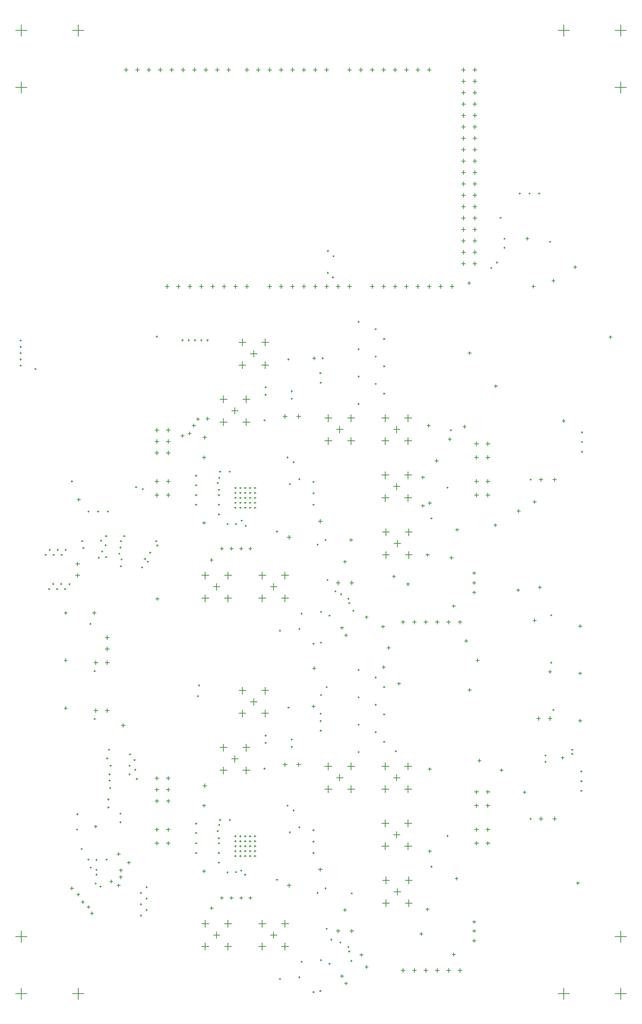
<source format=gbr>
G04*
G04 #@! TF.GenerationSoftware,Altium Limited,Altium Designer,23.5.1 (21)*
G04*
G04 Layer_Color=128*
%FSLAX26Y26*%
%MOIN*%
G70*
G04*
G04 #@! TF.SameCoordinates,4C236C01-038B-46FF-8FFE-5AAE5B5B5E28*
G04*
G04*
G04 #@! TF.FilePolarity,Positive*
G04*
G01*
G75*
%ADD74C,0.005000*%
D74*
X4860000Y150000D02*
X4960000D01*
X4910000Y100000D02*
Y200000D01*
X5360000Y650000D02*
X5460000D01*
X5410000Y600000D02*
Y700000D01*
X5360000Y8100000D02*
X5460000D01*
X5410000Y8050000D02*
Y8150000D01*
X4860000Y8600000D02*
X4960000D01*
X4910000Y8550000D02*
Y8650000D01*
X600000Y150000D02*
X700000D01*
X650000Y100000D02*
Y200000D01*
X100000Y650000D02*
X200000D01*
X150000Y600000D02*
Y700000D01*
X100000Y8100000D02*
X200000D01*
X150000Y8050000D02*
Y8150000D01*
X600000Y8600000D02*
X700000D01*
X650000Y8550000D02*
Y8650000D01*
X4692283Y4660000D02*
X4727717D01*
X4710000Y4642283D02*
Y4677717D01*
X2447284Y5215000D02*
X2482716D01*
X2465000Y5197283D02*
Y5232717D01*
X2447284Y2160000D02*
X2482716D01*
X2465000Y2142284D02*
Y2177716D01*
X4692283Y1685000D02*
X4727717D01*
X4710000Y1667284D02*
Y1702716D01*
X2912284Y3755000D02*
X2947716D01*
X2930000Y3737284D02*
Y3772716D01*
X2912284Y700000D02*
X2947716D01*
X2930000Y682284D02*
Y717716D01*
X100000Y8600000D02*
X200000D01*
X150000Y8550000D02*
Y8650000D01*
X100000Y150000D02*
X200000D01*
X150000Y100000D02*
Y200000D01*
X627284Y3920000D02*
X662716D01*
X645000Y3902284D02*
Y3937716D01*
X5360000Y8600000D02*
X5460000D01*
X5410000Y8550000D02*
Y8650000D01*
X4112283Y6555000D02*
X4147717D01*
X4130000Y6537283D02*
Y6572717D01*
X4012284Y6555000D02*
X4047716D01*
X4030000Y6537283D02*
Y6572717D01*
X3513504Y5200000D02*
X3576496D01*
X3545000Y5168504D02*
Y5231496D01*
X3313504Y5200000D02*
X3376496D01*
X3345000Y5168504D02*
Y5231496D01*
X3513504Y5000000D02*
X3576496D01*
X3545000Y4968504D02*
Y5031496D01*
X3313504Y4700000D02*
X3376496D01*
X3345000Y4668504D02*
Y4731496D01*
X3313504Y5000000D02*
X3376496D01*
X3345000Y4968504D02*
Y5031496D01*
X3513504Y4500000D02*
X3576496D01*
X3545000Y4468504D02*
Y4531496D01*
X3513504Y4700000D02*
X3576496D01*
X3545000Y4668504D02*
Y4731496D01*
X3518504Y4200000D02*
X3581496D01*
X3550000Y4168504D02*
Y4231496D01*
X3318504Y4200000D02*
X3381496D01*
X3350000Y4168504D02*
Y4231496D01*
X3313504Y4500000D02*
X3376496D01*
X3345000Y4468504D02*
Y4531496D01*
X3518504Y4000000D02*
X3581496D01*
X3550000Y3968504D02*
Y4031496D01*
X3318504Y4000000D02*
X3381496D01*
X3350000Y3968504D02*
Y4031496D01*
X2813504Y5200000D02*
X2876496D01*
X2845000Y5168504D02*
Y5231496D01*
X2258504Y5665000D02*
X2321496D01*
X2290000Y5633504D02*
Y5696496D01*
X2258504Y5865000D02*
X2321496D01*
X2290000Y5833504D02*
Y5896496D01*
X3013504Y5200000D02*
X3076496D01*
X3045000Y5168504D02*
Y5231496D01*
X3013504Y5000000D02*
X3076496D01*
X3045000Y4968504D02*
Y5031496D01*
X2813504Y5000000D02*
X2876496D01*
X2845000Y4968504D02*
Y5031496D01*
X2093504Y5165000D02*
X2156496D01*
X2125000Y5133504D02*
Y5196496D01*
X2093504Y5365000D02*
X2156496D01*
X2125000Y5333504D02*
Y5396496D01*
X2433504Y3620000D02*
X2496496D01*
X2465000Y3588504D02*
Y3651496D01*
X2433504Y3820000D02*
X2496496D01*
X2465000Y3788504D02*
Y3851496D01*
X2233504Y3620000D02*
X2296496D01*
X2265000Y3588504D02*
Y3651496D01*
X2233504Y3820000D02*
X2296496D01*
X2265000Y3788504D02*
Y3851496D01*
X3513504Y1645000D02*
X3576496D01*
X3545000Y1613504D02*
Y1676496D01*
X3513504Y1945000D02*
X3576496D01*
X3545000Y1913504D02*
Y1976496D01*
X5360000Y150000D02*
X5460000D01*
X5410000Y100000D02*
Y200000D01*
X3518504Y1145000D02*
X3581496D01*
X3550000Y1113504D02*
Y1176496D01*
X3518504Y945000D02*
X3581496D01*
X3550000Y913504D02*
Y976496D01*
X3513504Y2145000D02*
X3576496D01*
X3545000Y2113504D02*
Y2176496D01*
X3313504Y1645000D02*
X3376496D01*
X3345000Y1613504D02*
Y1676496D01*
X3313504Y1945000D02*
X3376496D01*
X3345000Y1913504D02*
Y1976496D01*
X3513504Y1445000D02*
X3576496D01*
X3545000Y1413504D02*
Y1476496D01*
X3318504Y1145000D02*
X3381496D01*
X3350000Y1113504D02*
Y1176496D01*
X3313504Y1445000D02*
X3376496D01*
X3345000Y1413504D02*
Y1476496D01*
X3313504Y2145000D02*
X3376496D01*
X3345000Y2113504D02*
Y2176496D01*
X3318504Y945000D02*
X3381496D01*
X3350000Y913504D02*
Y976496D01*
X2813504Y2145000D02*
X2876496D01*
X2845000Y2113504D02*
Y2176496D01*
X2258504Y2610000D02*
X2321496D01*
X2290000Y2578504D02*
Y2641496D01*
X2258504Y2810000D02*
X2321496D01*
X2290000Y2778504D02*
Y2841496D01*
X3013504Y2145000D02*
X3076496D01*
X3045000Y2113504D02*
Y2176496D01*
X3013504Y1945000D02*
X3076496D01*
X3045000Y1913504D02*
Y1976496D01*
X2813504Y1945000D02*
X2876496D01*
X2845000Y1913504D02*
Y1976496D01*
X2093504Y2110000D02*
X2156496D01*
X2125000Y2078504D02*
Y2141496D01*
X2093504Y2310000D02*
X2156496D01*
X2125000Y2278504D02*
Y2341496D01*
X2433504Y565000D02*
X2496496D01*
X2465000Y533504D02*
Y596496D01*
X2433504Y765000D02*
X2496496D01*
X2465000Y733504D02*
Y796496D01*
X2233504Y565000D02*
X2296496D01*
X2265000Y533504D02*
Y596496D01*
X2233504Y765000D02*
X2296496D01*
X2265000Y733504D02*
Y796496D01*
X2058504Y5865000D02*
X2121496D01*
X2090000Y5833504D02*
Y5896496D01*
X2058504Y5665000D02*
X2121496D01*
X2090000Y5633504D02*
Y5696496D01*
X2012284Y6355000D02*
X2047716D01*
X2030000Y6337283D02*
Y6372717D01*
X1893504Y5165000D02*
X1956496D01*
X1925000Y5133504D02*
Y5196496D01*
X1912284Y6355000D02*
X1947716D01*
X1930000Y6337283D02*
Y6372717D01*
X1893504Y5365000D02*
X1956496D01*
X1925000Y5333504D02*
Y5396496D01*
X2058504Y2810000D02*
X2121496D01*
X2090000Y2778504D02*
Y2841496D01*
X2058504Y2610000D02*
X2121496D01*
X2090000Y2578504D02*
Y2641496D01*
X1933504Y3820000D02*
X1996496D01*
X1965000Y3788504D02*
Y3851496D01*
X1933504Y3620000D02*
X1996496D01*
X1965000Y3588504D02*
Y3651496D01*
X1893504Y2110000D02*
X1956496D01*
X1925000Y2078504D02*
Y2141496D01*
X1893504Y2310000D02*
X1956496D01*
X1925000Y2278504D02*
Y2341496D01*
X1733504Y3620000D02*
X1796496D01*
X1765000Y3588504D02*
Y3651496D01*
X1733504Y3820000D02*
X1796496D01*
X1765000Y3788504D02*
Y3851496D01*
X1352284Y8255000D02*
X1387716D01*
X1370000Y8237283D02*
Y8272717D01*
X1933504Y765000D02*
X1996496D01*
X1965000Y733504D02*
Y796496D01*
X1933504Y565000D02*
X1996496D01*
X1965000Y533504D02*
Y596496D01*
X1733504Y565000D02*
X1796496D01*
X1765000Y533504D02*
Y596496D01*
X1733504Y765000D02*
X1796496D01*
X1765000Y733504D02*
Y796496D01*
X4812283Y4660000D02*
X4847717D01*
X4830000Y4642283D02*
Y4677717D01*
X1422284Y4895000D02*
X1457716D01*
X1440000Y4877283D02*
Y4912717D01*
X1322284Y4895000D02*
X1357716D01*
X1340000Y4877283D02*
Y4912717D01*
X1422284Y4995000D02*
X1457716D01*
X1440000Y4977283D02*
Y5012717D01*
X1322284Y4995000D02*
X1357716D01*
X1340000Y4977283D02*
Y5012717D01*
X1422284Y5095000D02*
X1457716D01*
X1440000Y5077283D02*
Y5112717D01*
X1322284Y5095000D02*
X1357716D01*
X1340000Y5077283D02*
Y5112717D01*
X1422284Y1840000D02*
X1457716D01*
X1440000Y1822284D02*
Y1857716D01*
X1322284Y1840000D02*
X1357716D01*
X1340000Y1822284D02*
Y1857716D01*
X1422284Y1940000D02*
X1457716D01*
X1440000Y1922284D02*
Y1957716D01*
X1322284Y1940000D02*
X1357716D01*
X1340000Y1922284D02*
Y1957716D01*
X1422284Y2040000D02*
X1457716D01*
X1440000Y2022284D02*
Y2057716D01*
X1322284Y2040000D02*
X1357716D01*
X1340000Y2022284D02*
Y2057716D01*
X2567284Y2160000D02*
X2602716D01*
X2585000Y2142284D02*
Y2177716D01*
X2335472Y665000D02*
X2394528D01*
X2365000Y635472D02*
Y694528D01*
X1995473Y2210000D02*
X2054528D01*
X2025000Y2180472D02*
Y2239528D01*
X3032284Y700000D02*
X3067716D01*
X3050000Y682284D02*
Y717716D01*
X1835473Y665000D02*
X1894527D01*
X1865000Y635472D02*
Y694528D01*
X2915472Y2045000D02*
X2974528D01*
X2945000Y2015473D02*
Y2074528D01*
X2160472Y2710000D02*
X2219528D01*
X2190000Y2680472D02*
Y2739528D01*
X3415472Y2045000D02*
X3474528D01*
X3445000Y2015473D02*
Y2074528D01*
X3420472Y1045000D02*
X3479528D01*
X3450000Y1015472D02*
Y1074527D01*
X3415472Y1545000D02*
X3474528D01*
X3445000Y1515473D02*
Y1574527D01*
X1742284Y1975000D02*
X1777716D01*
X1760000Y1957284D02*
Y1992716D01*
X3982284Y355000D02*
X4017716D01*
X4000000Y337284D02*
Y372716D01*
X3882284Y355000D02*
X3917716D01*
X3900000Y337284D02*
Y372716D01*
X3782284Y355000D02*
X3817716D01*
X3800000Y337284D02*
Y372716D01*
X3682284Y355000D02*
X3717716D01*
X3700000Y337284D02*
Y372716D01*
X3582284Y355000D02*
X3617716D01*
X3600000Y337284D02*
Y372716D01*
X3482284Y355000D02*
X3517716D01*
X3500000Y337284D02*
Y372716D01*
X2482284Y1100000D02*
X2517716D01*
X2500000Y1082284D02*
Y1117716D01*
X2757284Y1240000D02*
X2792716D01*
X2775000Y1222284D02*
Y1257716D01*
X1422284Y1590000D02*
X1457716D01*
X1440000Y1572284D02*
Y1607716D01*
X1322284Y1590000D02*
X1357716D01*
X1340000Y1572284D02*
Y1607716D01*
X1322284Y1470000D02*
X1357716D01*
X1340000Y1452284D02*
Y1487716D01*
X1422284Y1470000D02*
X1457716D01*
X1440000Y1452284D02*
Y1487716D01*
X4127283Y1920000D02*
X4162717D01*
X4145000Y1902284D02*
Y1937716D01*
X4227283Y1920000D02*
X4262717D01*
X4245000Y1902284D02*
Y1937716D01*
X4227283Y1800000D02*
X4262717D01*
X4245000Y1782284D02*
Y1817716D01*
X4127283Y1800000D02*
X4162717D01*
X4145000Y1782284D02*
Y1817716D01*
X4127283Y1590000D02*
X4162717D01*
X4145000Y1572284D02*
Y1607716D01*
X4227283Y1590000D02*
X4262717D01*
X4245000Y1572284D02*
Y1607716D01*
X4227283Y1470000D02*
X4262717D01*
X4245000Y1452284D02*
Y1487716D01*
X4127283Y1470000D02*
X4162717D01*
X4145000Y1452284D02*
Y1487716D01*
X2757284Y4295000D02*
X2792716D01*
X2775000Y4277283D02*
Y4312717D01*
X1742284Y5030000D02*
X1777716D01*
X1760000Y5012283D02*
Y5047717D01*
X4227283Y4645000D02*
X4262717D01*
X4245000Y4627283D02*
Y4662717D01*
X4127283Y4645000D02*
X4162717D01*
X4145000Y4627283D02*
Y4662717D01*
X4127283Y4525000D02*
X4162717D01*
X4145000Y4507283D02*
Y4542717D01*
X4227283Y4525000D02*
X4262717D01*
X4245000Y4507283D02*
Y4542717D01*
X4227283Y4975000D02*
X4262717D01*
X4245000Y4957283D02*
Y4992717D01*
X4127283Y4975000D02*
X4162717D01*
X4145000Y4957283D02*
Y4992717D01*
X4127283Y4855000D02*
X4162717D01*
X4145000Y4837283D02*
Y4872717D01*
X4227283Y4855000D02*
X4262717D01*
X4245000Y4837283D02*
Y4872717D01*
X1322284Y4645000D02*
X1357716D01*
X1340000Y4627283D02*
Y4662717D01*
X1422284Y4645000D02*
X1457716D01*
X1440000Y4627283D02*
Y4662717D01*
X1422284Y4525000D02*
X1457716D01*
X1440000Y4507283D02*
Y4542717D01*
X1322284Y4525000D02*
X1357716D01*
X1340000Y4507283D02*
Y4542717D01*
X2482284Y4155000D02*
X2517716D01*
X2500000Y4137283D02*
Y4172717D01*
X3982284Y3410000D02*
X4017716D01*
X4000000Y3392284D02*
Y3427716D01*
X3882284Y3410000D02*
X3917716D01*
X3900000Y3392284D02*
Y3427716D01*
X3782284Y3410000D02*
X3817716D01*
X3800000Y3392284D02*
Y3427716D01*
X3682284Y3410000D02*
X3717716D01*
X3700000Y3392284D02*
Y3427716D01*
X3582284Y3410000D02*
X3617716D01*
X3600000Y3392284D02*
Y3427716D01*
X3482284Y3410000D02*
X3517716D01*
X3500000Y3392284D02*
Y3427716D01*
X3032284Y3755000D02*
X3067716D01*
X3050000Y3737284D02*
Y3772716D01*
X2567284Y5215000D02*
X2602716D01*
X2585000Y5197283D02*
Y5232717D01*
X3420472Y4100000D02*
X3479528D01*
X3450000Y4070472D02*
Y4129528D01*
X3415472Y4600000D02*
X3474528D01*
X3445000Y4570472D02*
Y4629528D01*
X2160472Y5765000D02*
X2219528D01*
X2190000Y5735472D02*
Y5794528D01*
X3415472Y5100000D02*
X3474528D01*
X3445000Y5070472D02*
Y5129528D01*
X1835473Y3720000D02*
X1894527D01*
X1865000Y3690472D02*
Y3749528D01*
X2915472Y5100000D02*
X2974528D01*
X2945000Y5070472D02*
Y5129528D01*
X2335472Y3720000D02*
X2394528D01*
X2365000Y3690472D02*
Y3749528D01*
X1995473Y5265000D02*
X2054528D01*
X2025000Y5235472D02*
Y5294528D01*
X4672283Y2565000D02*
X4707717D01*
X4690000Y2547284D02*
Y2582716D01*
X4772283Y2565000D02*
X4807717D01*
X4790000Y2547284D02*
Y2582716D01*
X787284Y2635000D02*
X822716D01*
X805000Y2617284D02*
Y2652716D01*
X887284Y2635000D02*
X922716D01*
X905000Y2617284D02*
Y2652716D01*
X627284Y3820000D02*
X662716D01*
X645000Y3802284D02*
Y3837716D01*
X887284Y3055000D02*
X922716D01*
X905000Y3037284D02*
Y3072716D01*
X787284Y3055000D02*
X822716D01*
X805000Y3037284D02*
Y3072716D01*
X887284Y3275000D02*
X922716D01*
X905000Y3257284D02*
Y3292716D01*
X887284Y3175000D02*
X922716D01*
X905000Y3157284D02*
Y3192716D01*
X4812283Y1685000D02*
X4847717D01*
X4830000Y1667284D02*
Y1702716D01*
X2412284Y6355000D02*
X2447716D01*
X2430000Y6337283D02*
Y6372717D01*
X2612284Y6355000D02*
X2647716D01*
X2630000Y6337283D02*
Y6372717D01*
X2512284Y6355000D02*
X2547716D01*
X2530000Y6337283D02*
Y6372717D01*
X2812284Y6355000D02*
X2847716D01*
X2830000Y6337283D02*
Y6372717D01*
X2712284Y6355000D02*
X2747716D01*
X2730000Y6337283D02*
Y6372717D01*
X3012284Y6355000D02*
X3047716D01*
X3030000Y6337283D02*
Y6372717D01*
X2912284Y6355000D02*
X2947716D01*
X2930000Y6337283D02*
Y6372717D01*
X2312284Y6355000D02*
X2347716D01*
X2330000Y6337283D02*
Y6372717D01*
X4112283Y6655000D02*
X4147717D01*
X4130000Y6637283D02*
Y6672717D01*
X4012284Y6655000D02*
X4047716D01*
X4030000Y6637283D02*
Y6672717D01*
X4112283Y6955000D02*
X4147717D01*
X4130000Y6937283D02*
Y6972717D01*
X4112283Y6855000D02*
X4147717D01*
X4130000Y6837283D02*
Y6872717D01*
X4112283Y6755000D02*
X4147717D01*
X4130000Y6737283D02*
Y6772717D01*
X4112283Y7055000D02*
X4147717D01*
X4130000Y7037283D02*
Y7072717D01*
X4012284Y6955000D02*
X4047716D01*
X4030000Y6937283D02*
Y6972717D01*
X4012284Y6855000D02*
X4047716D01*
X4030000Y6837283D02*
Y6872717D01*
X4012284Y6755000D02*
X4047716D01*
X4030000Y6737283D02*
Y6772717D01*
X4012284Y7055000D02*
X4047716D01*
X4030000Y7037283D02*
Y7072717D01*
X4112283Y7455000D02*
X4147717D01*
X4130000Y7437283D02*
Y7472717D01*
X4112283Y7355000D02*
X4147717D01*
X4130000Y7337283D02*
Y7372717D01*
X4012284Y7355000D02*
X4047716D01*
X4030000Y7337283D02*
Y7372717D01*
X4112283Y7255000D02*
X4147717D01*
X4130000Y7237283D02*
Y7272717D01*
X4012284Y7255000D02*
X4047716D01*
X4030000Y7237283D02*
Y7272717D01*
X4112283Y7155000D02*
X4147717D01*
X4130000Y7137283D02*
Y7172717D01*
X4012284Y7155000D02*
X4047716D01*
X4030000Y7137283D02*
Y7172717D01*
X4012284Y7455000D02*
X4047716D01*
X4030000Y7437283D02*
Y7472717D01*
X4112283Y7755000D02*
X4147717D01*
X4130000Y7737283D02*
Y7772717D01*
X4112283Y7655000D02*
X4147717D01*
X4130000Y7637283D02*
Y7672717D01*
X4112283Y7555000D02*
X4147717D01*
X4130000Y7537283D02*
Y7572717D01*
X4112283Y7855000D02*
X4147717D01*
X4130000Y7837283D02*
Y7872717D01*
X4012284Y7755000D02*
X4047716D01*
X4030000Y7737283D02*
Y7772717D01*
X4012284Y7655000D02*
X4047716D01*
X4030000Y7637283D02*
Y7672717D01*
X4012284Y7555000D02*
X4047716D01*
X4030000Y7537283D02*
Y7572717D01*
X4012284Y7855000D02*
X4047716D01*
X4030000Y7837283D02*
Y7872717D01*
X3112284Y8255000D02*
X3147716D01*
X3130000Y8237283D02*
Y8272717D01*
X3312284Y8255000D02*
X3347716D01*
X3330000Y8237283D02*
Y8272717D01*
X3212284Y8255000D02*
X3247716D01*
X3230000Y8237283D02*
Y8272717D01*
X3512284Y8255000D02*
X3547716D01*
X3530000Y8237283D02*
Y8272717D01*
X3412284Y8255000D02*
X3447716D01*
X3430000Y8237283D02*
Y8272717D01*
X3712284Y8255000D02*
X3747716D01*
X3730000Y8237283D02*
Y8272717D01*
X3612284Y8255000D02*
X3647716D01*
X3630000Y8237283D02*
Y8272717D01*
X3012284Y8255000D02*
X3047716D01*
X3030000Y8237283D02*
Y8272717D01*
X2212284Y8255000D02*
X2247716D01*
X2230000Y8237283D02*
Y8272717D01*
X2412284Y8255000D02*
X2447716D01*
X2430000Y8237283D02*
Y8272717D01*
X2312284Y8255000D02*
X2347716D01*
X2330000Y8237283D02*
Y8272717D01*
X2612284Y8255000D02*
X2647716D01*
X2630000Y8237283D02*
Y8272717D01*
X2512284Y8255000D02*
X2547716D01*
X2530000Y8237283D02*
Y8272717D01*
X2812284Y8255000D02*
X2847716D01*
X2830000Y8237283D02*
Y8272717D01*
X2712284Y8255000D02*
X2747716D01*
X2730000Y8237283D02*
Y8272717D01*
X1552284Y8255000D02*
X1587716D01*
X1570000Y8237283D02*
Y8272717D01*
X1452284Y8255000D02*
X1487716D01*
X1470000Y8237283D02*
Y8272717D01*
X1752284Y8255000D02*
X1787716D01*
X1770000Y8237283D02*
Y8272717D01*
X1652284Y8255000D02*
X1687716D01*
X1670000Y8237283D02*
Y8272717D01*
X1152284Y8255000D02*
X1187716D01*
X1170000Y8237283D02*
Y8272717D01*
X1052284Y8255000D02*
X1087716D01*
X1070000Y8237283D02*
Y8272717D01*
X1252284Y8255000D02*
X1287716D01*
X1270000Y8237283D02*
Y8272717D01*
X1952284Y8255000D02*
X1987716D01*
X1970000Y8237283D02*
Y8272717D01*
X1852284Y8255000D02*
X1887716D01*
X1870000Y8237283D02*
Y8272717D01*
X2112284Y8255000D02*
X2147716D01*
X2130000Y8237283D02*
Y8272717D01*
X4112283Y8255000D02*
X4147717D01*
X4130000Y8237283D02*
Y8272717D01*
X4112283Y8155000D02*
X4147717D01*
X4130000Y8137283D02*
Y8172717D01*
X4012284Y8155000D02*
X4047716D01*
X4030000Y8137283D02*
Y8172717D01*
X4112283Y8055000D02*
X4147717D01*
X4130000Y8037283D02*
Y8072717D01*
X4012284Y8055000D02*
X4047716D01*
X4030000Y8037283D02*
Y8072717D01*
X4112283Y7955000D02*
X4147717D01*
X4130000Y7937283D02*
Y7972717D01*
X4012284Y7955000D02*
X4047716D01*
X4030000Y7937283D02*
Y7972717D01*
X4012284Y8255000D02*
X4047716D01*
X4030000Y8237283D02*
Y8272717D01*
X3312284Y6355000D02*
X3347716D01*
X3330000Y6337283D02*
Y6372717D01*
X3512284Y6355000D02*
X3547716D01*
X3530000Y6337283D02*
Y6372717D01*
X3412284Y6355000D02*
X3447716D01*
X3430000Y6337283D02*
Y6372717D01*
X3712284Y6355000D02*
X3747716D01*
X3730000Y6337283D02*
Y6372717D01*
X3612284Y6355000D02*
X3647716D01*
X3630000Y6337283D02*
Y6372717D01*
X3912284Y6355000D02*
X3947716D01*
X3930000Y6337283D02*
Y6372717D01*
X3812284Y6355000D02*
X3847716D01*
X3830000Y6337283D02*
Y6372717D01*
X3212284Y6355000D02*
X3247716D01*
X3230000Y6337283D02*
Y6372717D01*
X1512284Y6355000D02*
X1547716D01*
X1530000Y6337283D02*
Y6372717D01*
X1712284Y6355000D02*
X1747716D01*
X1730000Y6337283D02*
Y6372717D01*
X1612284Y6355000D02*
X1647716D01*
X1630000Y6337283D02*
Y6372717D01*
X1812284Y6355000D02*
X1847716D01*
X1830000Y6337283D02*
Y6372717D01*
X2112284Y6355000D02*
X2147716D01*
X2130000Y6337283D02*
Y6372717D01*
X1412284Y6355000D02*
X1447716D01*
X1430000Y6337283D02*
Y6372717D01*
X4347644Y6956413D02*
X4362644D01*
X4355144Y6948913D02*
Y6963913D01*
X2020886Y1531614D02*
X2035886D01*
X2028386Y1524114D02*
Y1539114D01*
X2064193Y1531614D02*
X2079193D01*
X2071693Y1524114D02*
Y1539114D01*
X2107500Y1531614D02*
X2122500D01*
X2115000Y1524114D02*
Y1539114D01*
X2150807Y1531614D02*
X2165807D01*
X2158307Y1524114D02*
Y1539114D01*
X2194114Y1531614D02*
X2209114D01*
X2201614Y1524114D02*
Y1539114D01*
X2020886Y1488307D02*
X2035886D01*
X2028386Y1480807D02*
Y1495807D01*
X2064193Y1488307D02*
X2079193D01*
X2071693Y1480807D02*
Y1495807D01*
X2107500Y1488307D02*
X2122500D01*
X2115000Y1480807D02*
Y1495807D01*
X2150807Y1488307D02*
X2165807D01*
X2158307Y1480807D02*
Y1495807D01*
X2194114Y1488307D02*
X2209114D01*
X2201614Y1480807D02*
Y1495807D01*
X2020886Y1445000D02*
X2035886D01*
X2028386Y1437500D02*
Y1452500D01*
X2064193Y1445000D02*
X2079193D01*
X2071693Y1437500D02*
Y1452500D01*
X2107500Y1445000D02*
X2122500D01*
X2115000Y1437500D02*
Y1452500D01*
X2150807Y1445000D02*
X2165807D01*
X2158307Y1437500D02*
Y1452500D01*
X2194114Y1445000D02*
X2209114D01*
X2201614Y1437500D02*
Y1452500D01*
X2020886Y1401693D02*
X2035886D01*
X2028386Y1394193D02*
Y1409193D01*
X2064193Y1401693D02*
X2079193D01*
X2071693Y1394193D02*
Y1409193D01*
X2107500Y1401693D02*
X2122500D01*
X2115000Y1394193D02*
Y1409193D01*
X2150807Y1401693D02*
X2165807D01*
X2158307Y1394193D02*
Y1409193D01*
X2194114Y1401693D02*
X2209114D01*
X2201614Y1394193D02*
Y1409193D01*
X2020886Y1358386D02*
X2035886D01*
X2028386Y1350886D02*
Y1365886D01*
X2064193Y1358386D02*
X2079193D01*
X2071693Y1350886D02*
Y1365886D01*
X2107500Y1358386D02*
X2122500D01*
X2115000Y1350886D02*
Y1365886D01*
X2150807Y1358386D02*
X2165807D01*
X2158307Y1350886D02*
Y1365886D01*
X2194114Y1358386D02*
X2209114D01*
X2201614Y1350886D02*
Y1365886D01*
X2020886Y4586614D02*
X2035886D01*
X2028386Y4579114D02*
Y4594114D01*
X2064193Y4586614D02*
X2079193D01*
X2071693Y4579114D02*
Y4594114D01*
X2107500Y4586614D02*
X2122500D01*
X2115000Y4579114D02*
Y4594114D01*
X2150807Y4586614D02*
X2165807D01*
X2158307Y4579114D02*
Y4594114D01*
X2194114Y4586614D02*
X2209114D01*
X2201614Y4579114D02*
Y4594114D01*
X2020886Y4543307D02*
X2035886D01*
X2028386Y4535807D02*
Y4550807D01*
X2064193Y4543307D02*
X2079193D01*
X2071693Y4535807D02*
Y4550807D01*
X2107500Y4543307D02*
X2122500D01*
X2115000Y4535807D02*
Y4550807D01*
X2150807Y4543307D02*
X2165807D01*
X2158307Y4535807D02*
Y4550807D01*
X2194114Y4543307D02*
X2209114D01*
X2201614Y4535807D02*
Y4550807D01*
X2020886Y4500000D02*
X2035886D01*
X2028386Y4492500D02*
Y4507500D01*
X2064193Y4500000D02*
X2079193D01*
X2071693Y4492500D02*
Y4507500D01*
X2107500Y4500000D02*
X2122500D01*
X2115000Y4492500D02*
Y4507500D01*
X2150807Y4500000D02*
X2165807D01*
X2158307Y4492500D02*
Y4507500D01*
X2194114Y4500000D02*
X2209114D01*
X2201614Y4492500D02*
Y4507500D01*
X2020886Y4456693D02*
X2035886D01*
X2028386Y4449193D02*
Y4464193D01*
X2064193Y4456693D02*
X2079193D01*
X2071693Y4449193D02*
Y4464193D01*
X2107500Y4456693D02*
X2122500D01*
X2115000Y4449193D02*
Y4464193D01*
X2150807Y4456693D02*
X2165807D01*
X2158307Y4449193D02*
Y4464193D01*
X2194114Y4456693D02*
X2209114D01*
X2201614Y4449193D02*
Y4464193D01*
X2020886Y4413386D02*
X2035886D01*
X2028386Y4405886D02*
Y4420886D01*
X2064193Y4413386D02*
X2079193D01*
X2071693Y4405886D02*
Y4420886D01*
X2107500Y4413386D02*
X2122500D01*
X2115000Y4405886D02*
Y4420886D01*
X2150807Y4413386D02*
X2165807D01*
X2158307Y4405886D02*
Y4420886D01*
X2194114Y4413386D02*
X2209114D01*
X2201614Y4405886D02*
Y4420886D01*
X1327500Y4120000D02*
X1342500D01*
X1335000Y4112500D02*
Y4127500D01*
X3042500Y1030000D02*
X3057500D01*
X3050000Y1022500D02*
Y1037500D01*
X1027284Y2505000D02*
X1062716D01*
X1045000Y2487284D02*
Y2522716D01*
X3429367Y2278048D02*
X3444367D01*
X3436867Y2270548D02*
Y2285548D01*
X3911000Y3975000D02*
X3939000D01*
X3925000Y3961000D02*
Y3989000D01*
X3406000Y3810000D02*
X3434000D01*
X3420000Y3796000D02*
Y3824000D01*
X3166012Y3453800D02*
X3194012D01*
X3180012Y3439800D02*
Y3467800D01*
X4296000Y4260000D02*
X4324000D01*
X4310000Y4246000D02*
Y4274000D01*
X4631000Y6355000D02*
X4659000D01*
X4645000Y6341000D02*
Y6369000D01*
X4301000Y5480000D02*
X4329000D01*
X4315000Y5466000D02*
Y5494000D01*
X4071000Y2815000D02*
X4099000D01*
X4085000Y2801000D02*
Y2829000D01*
X3252500Y2925000D02*
X3267500D01*
X3260000Y2917500D02*
Y2932500D01*
X3327500Y2840000D02*
X3342500D01*
X3335000Y2832500D02*
Y2847500D01*
X3451000Y2870000D02*
X3479000D01*
X3465000Y2856000D02*
Y2884000D01*
X2706000Y3005000D02*
X2734000D01*
X2720000Y2991000D02*
Y3019000D01*
X5306000Y5910000D02*
X5334000D01*
X5320000Y5896000D02*
Y5924000D01*
X4806000Y6405000D02*
X4834000D01*
X4820000Y6391000D02*
Y6419000D01*
X5021000Y1120000D02*
X5049000D01*
X5035000Y1106000D02*
Y1134000D01*
X3741634Y1264598D02*
X3756634D01*
X3749134Y1257098D02*
Y1272098D01*
X4996000Y6525000D02*
X5024000D01*
X5010000Y6511000D02*
Y6539000D01*
X5057500Y2100000D02*
X5072500D01*
X5065000Y2092500D02*
Y2107500D01*
X5041000Y3375000D02*
X5069000D01*
X5055000Y3361000D02*
Y3389000D01*
X5062500Y4990000D02*
X5077500D01*
X5070000Y4982500D02*
Y4997500D01*
X5062500Y5075000D02*
X5077500D01*
X5070000Y5067500D02*
Y5082500D01*
X5062500Y4905000D02*
X5077500D01*
X5070000Y4897500D02*
Y4912500D01*
X4977500Y2290000D02*
X4992500D01*
X4985000Y2282500D02*
Y2297500D01*
X4071000Y5770000D02*
X4099000D01*
X4085000Y5756000D02*
Y5784000D01*
X4066000Y6385000D02*
X4094000D01*
X4080000Y6371000D02*
Y6399000D01*
X3661000Y4680000D02*
X3689000D01*
X3675000Y4666000D02*
Y4694000D01*
X3031000Y4130000D02*
X3059000D01*
X3045000Y4116000D02*
Y4144000D01*
X3661000Y4430000D02*
X3689000D01*
X3675000Y4416000D02*
Y4444000D01*
X3781000Y4825000D02*
X3809000D01*
X3795000Y4811000D02*
Y4839000D01*
X3896000Y5015000D02*
X3924000D01*
X3910000Y5001000D02*
Y5029000D01*
X4026000Y5125000D02*
X4054000D01*
X4040000Y5111000D02*
Y5139000D01*
X4266373Y6516434D02*
X4281373D01*
X4273873Y6508934D02*
Y6523934D01*
X2832500Y6475000D02*
X2847500D01*
X2840000Y6467500D02*
Y6482500D01*
X2833575Y6666063D02*
X2848575D01*
X2841075Y6658563D02*
Y6673563D01*
X2877500Y6435000D02*
X2892500D01*
X2885000Y6427500D02*
Y6442500D01*
X2882500Y6620000D02*
X2897500D01*
X2890000Y6612500D02*
Y6627500D01*
X2516326Y5435566D02*
X2531326D01*
X2523826Y5428066D02*
Y5443066D01*
X4317500Y6565000D02*
X4332500D01*
X4325000Y6557500D02*
Y6572500D01*
X4782500Y6747500D02*
X4797500D01*
X4790000Y6740000D02*
Y6755000D01*
X4382500Y6773091D02*
X4397500D01*
X4390000Y6765591D02*
Y6780591D01*
X4576000Y6775000D02*
X4604000D01*
X4590000Y6761000D02*
Y6789000D01*
X4517500Y7170000D02*
X4532500D01*
X4525000Y7162500D02*
Y7177500D01*
X4602500Y7170000D02*
X4617500D01*
X4610000Y7162500D02*
Y7177500D01*
X4687500Y7170000D02*
X4702500D01*
X4695000Y7162500D02*
Y7177500D01*
X4382500Y6695000D02*
X4397500D01*
X4390000Y6687500D02*
Y6702500D01*
X4896000Y5175000D02*
X4924000D01*
X4910000Y5161000D02*
Y5189000D01*
X5057500Y1930000D02*
X5072500D01*
X5065000Y1922500D02*
Y1937500D01*
X5057500Y2015000D02*
X5072500D01*
X5065000Y2007500D02*
Y2022500D01*
X802500Y1325000D02*
X817500D01*
X810000Y1317500D02*
Y1332500D01*
X634669Y1725093D02*
X649669D01*
X642169Y1717593D02*
Y1732593D01*
X632500Y1590000D02*
X647500D01*
X640000Y1582500D02*
Y1597500D01*
X672500Y1420000D02*
X687500D01*
X680000Y1412500D02*
Y1427500D01*
X4111000Y3670000D02*
X4139000D01*
X4125000Y3656000D02*
Y3684000D01*
X4111000Y3755000D02*
X4139000D01*
X4125000Y3741000D02*
Y3769000D01*
X4111000Y3840000D02*
X4139000D01*
X4125000Y3826000D02*
Y3854000D01*
X4111000Y615000D02*
X4139000D01*
X4125000Y601000D02*
Y629000D01*
X4111000Y700000D02*
X4139000D01*
X4125000Y686000D02*
Y714000D01*
X4111000Y780000D02*
X4139000D01*
X4125000Y766000D02*
Y794000D01*
X731370Y1327017D02*
X746370D01*
X738870Y1319517D02*
Y1334517D01*
X891370Y1327017D02*
X906370D01*
X898870Y1319517D02*
Y1334517D01*
X802500Y1237500D02*
X817500D01*
X810000Y1230000D02*
Y1245000D01*
X752500Y1257500D02*
X767500D01*
X760000Y1250000D02*
Y1265000D01*
X1011000Y1232500D02*
X1039000D01*
X1025000Y1218500D02*
Y1246500D01*
X2770414Y2458399D02*
X2785414D01*
X2777914Y2450899D02*
Y2465899D01*
X2769586Y2542500D02*
X2784586D01*
X2777086Y2535000D02*
Y2550000D01*
X2770587Y5510000D02*
X2785587D01*
X2778087Y5502500D02*
Y5517500D01*
X2767500Y5595000D02*
X2782500D01*
X2775000Y5587500D02*
Y5602500D01*
X902500Y4380000D02*
X917500D01*
X910000Y4372500D02*
Y4387500D01*
X817500Y4380000D02*
X832500D01*
X825000Y4372500D02*
Y4387500D01*
X732500Y4380000D02*
X747500D01*
X740000Y4372500D02*
Y4387500D01*
X2146000Y990000D02*
X2174000D01*
X2160000Y976000D02*
Y1004000D01*
X2066000Y990000D02*
X2094000D01*
X2080000Y976000D02*
Y1004000D01*
X1981000Y990000D02*
X2009000D01*
X1995000Y976000D02*
Y1004000D01*
X1896000Y990000D02*
X1924000D01*
X1910000Y976000D02*
Y1004000D01*
X1806000Y900000D02*
X1834000D01*
X1820000Y886000D02*
Y914000D01*
X2146000Y4055000D02*
X2174000D01*
X2160000Y4041000D02*
Y4069000D01*
X2066000Y4055000D02*
X2094000D01*
X2080000Y4041000D02*
Y4069000D01*
X1981000Y4055000D02*
X2009000D01*
X1995000Y4041000D02*
Y4069000D01*
X1896000Y4055000D02*
X1924000D01*
X1910000Y4041000D02*
Y4069000D01*
X1677500Y1385000D02*
X1692500D01*
X1685000Y1377500D02*
Y1392500D01*
X1677500Y1470000D02*
X1692500D01*
X1685000Y1462500D02*
Y1477500D01*
X1677500Y1642500D02*
X1692500D01*
X1685000Y1635000D02*
Y1650000D01*
X1677500Y1560000D02*
X1692500D01*
X1685000Y1552500D02*
Y1567500D01*
X1741000Y4855000D02*
X1769000D01*
X1755000Y4841000D02*
Y4869000D01*
X1677500Y4695000D02*
X1692500D01*
X1685000Y4687500D02*
Y4702500D01*
X1677500Y4610000D02*
X1692500D01*
X1685000Y4602500D02*
Y4617500D01*
X1677500Y4440000D02*
X1692500D01*
X1685000Y4432500D02*
Y4447500D01*
X1677500Y4525000D02*
X1692500D01*
X1685000Y4517500D02*
Y4532500D01*
X1867500Y4630000D02*
X1882500D01*
X1875000Y4622500D02*
Y4637500D01*
X1878948Y4675966D02*
X1893948D01*
X1886448Y4668466D02*
Y4683466D01*
X1722500Y5882500D02*
X1737500D01*
X1730000Y5875000D02*
Y5890000D01*
X1667500Y5882500D02*
X1682500D01*
X1675000Y5875000D02*
Y5890000D01*
X1612500Y5882500D02*
X1627500D01*
X1620000Y5875000D02*
Y5890000D01*
X1557500Y5882500D02*
X1572500D01*
X1565000Y5875000D02*
Y5890000D01*
X1777500Y5882500D02*
X1792500D01*
X1785000Y5875000D02*
Y5890000D01*
X1686000Y5190000D02*
X1714000D01*
X1700000Y5176000D02*
Y5204000D01*
X1332500Y5915000D02*
X1347500D01*
X1340000Y5907500D02*
Y5922500D01*
X137500Y5660000D02*
X152500D01*
X145000Y5652500D02*
Y5667500D01*
X267500Y5630000D02*
X282500D01*
X275000Y5622500D02*
Y5637500D01*
X137500Y5880000D02*
X152500D01*
X145000Y5872500D02*
Y5887500D01*
X137500Y5825000D02*
X152500D01*
X145000Y5817500D02*
Y5832500D01*
X137500Y5770000D02*
X152500D01*
X145000Y5762500D02*
Y5777500D01*
X137500Y5715000D02*
X152500D01*
X145000Y5707500D02*
Y5722500D01*
X1771000Y5195000D02*
X1799000D01*
X1785000Y5181000D02*
Y5209000D01*
X1972500Y4730000D02*
X1987500D01*
X1980000Y4722500D02*
Y4737500D01*
X1887500Y4730000D02*
X1902500D01*
X1895000Y4722500D02*
Y4737500D01*
X1651000Y5135000D02*
X1679000D01*
X1665000Y5121000D02*
Y5149000D01*
X1613500Y5065000D02*
X1641500D01*
X1627500Y5051000D02*
Y5079000D01*
X4501000Y4385000D02*
X4529000D01*
X4515000Y4371000D02*
Y4399000D01*
X4641000Y4465000D02*
X4669000D01*
X4655000Y4451000D02*
Y4479000D01*
X4686000Y3715000D02*
X4714000D01*
X4700000Y3701000D02*
Y3729000D01*
X4641000Y3425000D02*
X4669000D01*
X4655000Y3411000D02*
Y3439000D01*
X3361000Y3185000D02*
X3389000D01*
X3375000Y3171000D02*
Y3199000D01*
X3311000Y3370000D02*
X3339000D01*
X3325000Y3356000D02*
Y3384000D01*
X3056293Y3510687D02*
X3071293D01*
X3063793Y3503187D02*
Y3518187D01*
X2899542Y3680000D02*
X2914542D01*
X2907042Y3672500D02*
Y3687500D01*
X2772500Y2770000D02*
X2787500D01*
X2780000Y2762500D02*
Y2777500D01*
X2701000Y2670000D02*
X2729000D01*
X2715000Y2656000D02*
Y2684000D01*
X2769794Y2606484D02*
X2784794D01*
X2777294Y2598984D02*
Y2613984D01*
X4886502Y2220000D02*
X4914502D01*
X4900502Y2206000D02*
Y2234000D01*
X991000Y1375000D02*
X1019000D01*
X1005000Y1361000D02*
Y1389000D01*
X1551000Y5045000D02*
X1579000D01*
X1565000Y5031000D02*
Y5059000D01*
X2112500Y4255000D02*
X2127500D01*
X2120000Y4247500D02*
Y4262500D01*
X756000Y855000D02*
X784000D01*
X770000Y841000D02*
Y869000D01*
X726000Y910000D02*
X754000D01*
X740000Y896000D02*
Y924000D01*
X581000Y1075000D02*
X609000D01*
X595000Y1061000D02*
Y1089000D01*
X636000Y1020000D02*
X664000D01*
X650000Y1006000D02*
Y1034000D01*
X837500Y1090000D02*
X852500D01*
X845000Y1082500D02*
Y1097500D01*
X676000Y955000D02*
X704000D01*
X690000Y941000D02*
Y969000D01*
X991000Y1100000D02*
X1019000D01*
X1005000Y1086000D02*
Y1114000D01*
X1008751Y1172249D02*
X1036751D01*
X1022751Y1158249D02*
Y1186249D01*
X2026590Y1217500D02*
X2041590D01*
X2034090Y1210000D02*
Y1225000D01*
X1242500Y1085000D02*
X1257500D01*
X1250000Y1077500D02*
Y1092500D01*
X2107500Y1195000D02*
X2122500D01*
X2115000Y1187500D02*
Y1202500D01*
X2072500Y1230000D02*
X2087500D01*
X2080000Y1222500D02*
Y1237500D01*
X795365Y1117346D02*
X810365D01*
X802865Y1109846D02*
Y1124846D01*
X1192981Y835481D02*
X1207981D01*
X1200481Y827981D02*
Y842981D01*
X926000Y1135000D02*
X954000D01*
X940000Y1121000D02*
Y1149000D01*
X802500Y1195000D02*
X817500D01*
X810000Y1187500D02*
Y1202500D01*
X1081000Y1300000D02*
X1109000D01*
X1095000Y1286000D02*
Y1314000D01*
X1878978Y1631464D02*
X1893978D01*
X1886478Y1623964D02*
Y1638964D01*
X1877500Y1515000D02*
X1892500D01*
X1885000Y1507500D02*
Y1522500D01*
X1877500Y4570000D02*
X1892500D01*
X1885000Y4562500D02*
Y4577500D01*
X2077500Y4300000D02*
X2092500D01*
X2085000Y4292500D02*
Y4307500D01*
X1867438Y1576102D02*
X1882438D01*
X1874938Y1568602D02*
Y1583602D01*
X392500Y4045000D02*
X407500D01*
X400000Y4037500D02*
Y4052500D01*
X532500Y4045000D02*
X547500D01*
X540000Y4037500D02*
Y4052500D01*
X357500Y4000000D02*
X372500D01*
X365000Y3992500D02*
Y4007500D01*
X497500Y4000000D02*
X512500D01*
X505000Y3992500D02*
Y4007500D01*
X462500Y4045000D02*
X477500D01*
X470000Y4037500D02*
Y4052500D01*
X427500Y4000000D02*
X442500D01*
X435000Y3992500D02*
Y4007500D01*
X457500Y3700000D02*
X472500D01*
X465000Y3692500D02*
Y3707500D01*
X565826Y3742148D02*
X580826D01*
X573326Y3734648D02*
Y3749648D01*
X492500Y3745000D02*
X507500D01*
X500000Y3737500D02*
Y3752500D01*
X527500Y3700000D02*
X542500D01*
X535000Y3692500D02*
Y3707500D01*
X422500Y3745000D02*
X437500D01*
X430000Y3737500D02*
Y3752500D01*
X387500Y3700000D02*
X402500D01*
X395000Y3692500D02*
Y3707500D01*
X917500Y2075000D02*
X932500D01*
X925000Y2067500D02*
Y2082500D01*
X917500Y2020000D02*
X932500D01*
X925000Y2012500D02*
Y2027500D01*
X922500Y1955000D02*
X937500D01*
X930000Y1947500D02*
Y1962500D01*
X927500Y2150000D02*
X942500D01*
X935000Y2142500D02*
Y2157500D01*
X897500Y2215000D02*
X912500D01*
X905000Y2207500D02*
Y2222500D01*
X912500Y2290000D02*
X927500D01*
X920000Y2282500D02*
Y2297500D01*
X1157500Y2035000D02*
X1172500D01*
X1165000Y2027500D02*
Y2042500D01*
X1092500Y2075000D02*
X1107500D01*
X1100000Y2067500D02*
Y2082500D01*
X1142500Y2115000D02*
X1157500D01*
X1150000Y2107500D02*
Y2122500D01*
X1092500Y2150000D02*
X1107500D01*
X1100000Y2142500D02*
Y2157500D01*
X1137500Y2200000D02*
X1152500D01*
X1145000Y2192500D02*
Y2207500D01*
X1097500Y2250000D02*
X1112500D01*
X1105000Y2242500D02*
Y2257500D01*
X1702500Y2855000D02*
X1717500D01*
X1710000Y2847500D02*
Y2862500D01*
X1692500Y2760000D02*
X1707500D01*
X1700000Y2752500D02*
Y2767500D01*
X2822500Y2840000D02*
X2837500D01*
X2830000Y2832500D02*
Y2847500D01*
X852500Y4030000D02*
X867500D01*
X860000Y4022500D02*
Y4037500D01*
X822500Y3975000D02*
X837500D01*
X830000Y3967500D02*
Y3982500D01*
X887500Y3980000D02*
X902500D01*
X895000Y3972500D02*
Y3987500D01*
X882500Y4085000D02*
X897500D01*
X890000Y4077500D02*
Y4092500D01*
X842500Y4125000D02*
X857500D01*
X850000Y4117500D02*
Y4132500D01*
X887500Y4165000D02*
X902500D01*
X895000Y4157500D02*
Y4172500D01*
X677500Y4120000D02*
X692500D01*
X685000Y4112500D02*
Y4127500D01*
X687500Y4060000D02*
X702500D01*
X695000Y4052500D02*
Y4067500D01*
X526000Y3490000D02*
X554000D01*
X540000Y3476000D02*
Y3504000D01*
X1017500Y3900000D02*
X1032500D01*
X1025000Y3892500D02*
Y3907500D01*
X1022500Y3960000D02*
X1037500D01*
X1030000Y3952500D02*
Y3967500D01*
X1002500Y4010000D02*
X1017500D01*
X1010000Y4002500D02*
Y4017500D01*
X1012500Y4065000D02*
X1027500D01*
X1020000Y4057500D02*
Y4072500D01*
X1017500Y4120000D02*
X1032500D01*
X1025000Y4112500D02*
Y4127500D01*
X1047500Y4165000D02*
X1062500D01*
X1055000Y4157500D02*
Y4172500D01*
X4977500Y2255000D02*
X4992500D01*
X4985000Y2247500D02*
Y2262500D01*
X4742500Y2185000D02*
X4757500D01*
X4750000Y2177500D02*
Y2192500D01*
X4742500Y2240000D02*
X4757500D01*
X4750000Y2232500D02*
Y2247500D01*
X587500Y4645000D02*
X602500D01*
X595000Y4637500D02*
Y4652500D01*
X1150018Y4593056D02*
X1165018D01*
X1157518Y4585556D02*
Y4600556D01*
X1208736Y4576658D02*
X1223736D01*
X1216236Y4569158D02*
Y4584158D01*
X4496000Y3690000D02*
X4524000D01*
X4510000Y3676000D02*
Y3704000D01*
X3646000Y675000D02*
X3674000D01*
X3660000Y661000D02*
Y689000D01*
X3701000Y890000D02*
X3729000D01*
X3715000Y876000D02*
Y904000D01*
X3020592Y521908D02*
X3035592D01*
X3028092Y514408D02*
Y529408D01*
X2847500Y412500D02*
X2862500D01*
X2855000Y405000D02*
Y420000D01*
X3038616Y438010D02*
X3053616D01*
X3046116Y430510D02*
Y445510D01*
X3166000Y385000D02*
X3194000D01*
X3180000Y371000D02*
Y399000D01*
X3012500Y560000D02*
X3027500D01*
X3020000Y552500D02*
Y567500D01*
X1012500Y1730000D02*
X1027500D01*
X1020000Y1722500D02*
Y1737500D01*
X1012500Y1655000D02*
X1027500D01*
X1020000Y1647500D02*
Y1662500D01*
X907500Y1855000D02*
X922500D01*
X915000Y1847500D02*
Y1862500D01*
X907500Y1785000D02*
X922500D01*
X915000Y1777500D02*
Y1792500D01*
X787500Y2560000D02*
X802500D01*
X795000Y2552500D02*
Y2567500D01*
X2822500Y720000D02*
X2837500D01*
X2830000Y712500D02*
Y727500D01*
X2862500Y625000D02*
X2877500D01*
X2870000Y617500D02*
Y632500D01*
X2828410Y3780910D02*
X2843410D01*
X2835910Y3773410D02*
Y3788410D01*
X3020592Y3576908D02*
X3035592D01*
X3028092Y3569408D02*
Y3584408D01*
X2950000Y3655000D02*
X2965000D01*
X2957500Y3647500D02*
Y3662500D01*
X3528426Y3742574D02*
X3556426D01*
X3542426Y3728574D02*
Y3756574D01*
X3701000Y4000000D02*
X3729000D01*
X3715000Y3986000D02*
Y4014000D01*
X2847500Y3467500D02*
X2862500D01*
X2855000Y3460000D02*
Y3475000D01*
X3012500Y3615000D02*
X3027500D01*
X3020000Y3607500D02*
Y3622500D01*
X3721000Y2120000D02*
X3749000D01*
X3735000Y2106000D02*
Y2134000D01*
X2487500Y2660000D02*
X2502500D01*
X2495000Y2652500D02*
Y2667500D01*
X2707500Y3220000D02*
X2722500D01*
X2715000Y3212500D02*
Y3227500D01*
X4612500Y4660000D02*
X4627500D01*
X4620000Y4652500D02*
Y4667500D01*
X4776000Y2975000D02*
X4804000D01*
X4790000Y2961000D02*
Y2989000D01*
X4156000Y2195000D02*
X4184000D01*
X4170000Y2181000D02*
Y2209000D01*
X4811332Y2640000D02*
X4826332D01*
X4818832Y2632500D02*
Y2647500D01*
X4553648Y1917648D02*
X4581648D01*
X4567648Y1903648D02*
Y1931648D01*
X4351000Y2110000D02*
X4379000D01*
X4365000Y2096000D02*
Y2124000D01*
X4792500Y3055000D02*
X4807500D01*
X4800000Y3047500D02*
Y3062500D01*
X4041000Y3245000D02*
X4069000D01*
X4055000Y3231000D02*
Y3259000D01*
X4141000Y3075000D02*
X4169000D01*
X4155000Y3061000D02*
Y3089000D01*
X3961000Y4220000D02*
X3989000D01*
X3975000Y4206000D02*
Y4234000D01*
X3956000Y1160000D02*
X3984000D01*
X3970000Y1146000D02*
Y1174000D01*
X2412500Y3335000D02*
X2427500D01*
X2420000Y3327500D02*
Y3342500D01*
X3316000Y3015000D02*
X3344000D01*
X3330000Y3001000D02*
Y3029000D01*
X2772500Y3230000D02*
X2787500D01*
X2780000Y3222500D02*
Y3237500D01*
X2951000Y3360000D02*
X2979000D01*
X2965000Y3346000D02*
Y3374000D01*
X2772500Y3500000D02*
X2787500D01*
X2780000Y3492500D02*
Y3507500D01*
X2767500Y175000D02*
X2782500D01*
X2775000Y167500D02*
Y182500D01*
X2772500Y445000D02*
X2787500D01*
X2780000Y437500D02*
Y452500D01*
X750000Y3395000D02*
X765000D01*
X757500Y3387500D02*
Y3402500D01*
X772284Y3490000D02*
X807716D01*
X790000Y3472284D02*
Y3507716D01*
X1330950Y3612886D02*
X1358950D01*
X1344950Y3598886D02*
Y3626886D01*
X1337500Y4082500D02*
X1352500D01*
X1345000Y4075000D02*
Y4090000D01*
X1252500Y3940000D02*
X1267500D01*
X1260000Y3932500D02*
Y3947500D01*
X1202500Y3890000D02*
X1217500D01*
X1210000Y3882500D02*
Y3897500D01*
X1227980Y3964520D02*
X1242980D01*
X1235480Y3957020D02*
Y3972020D01*
X1273484Y4019016D02*
X1288484D01*
X1280984Y4011516D02*
Y4026516D01*
X1242500Y985000D02*
X1257500D01*
X1250000Y977500D02*
Y992500D01*
X1192500Y1035000D02*
X1207500D01*
X1200000Y1027500D02*
Y1042500D01*
X1242500Y885000D02*
X1257500D01*
X1250000Y877500D02*
Y892500D01*
X1192500Y935000D02*
X1207500D01*
X1200000Y927500D02*
Y942500D01*
X789290Y1616198D02*
X817290D01*
X803290Y1602198D02*
Y1630198D01*
X526000Y2655000D02*
X554000D01*
X540000Y2641000D02*
Y2669000D01*
X526000Y3075000D02*
X554000D01*
X540000Y3061000D02*
Y3089000D01*
X641000Y4485000D02*
X669000D01*
X655000Y4471000D02*
Y4499000D01*
X5041000Y2545000D02*
X5069000D01*
X5055000Y2531000D02*
Y2559000D01*
X5041000Y2960000D02*
X5069000D01*
X5055000Y2946000D02*
Y2974000D01*
X787500Y2980000D02*
X802500D01*
X795000Y2972500D02*
Y2987500D01*
X3931000Y495000D02*
X3959000D01*
X3945000Y481000D02*
Y509000D01*
X2582500Y295000D02*
X2597500D01*
X2590000Y287500D02*
Y302500D01*
X2707500Y165000D02*
X2722500D01*
X2715000Y157500D02*
Y172500D01*
X3102500Y2990000D02*
X3117500D01*
X3110000Y2982500D02*
Y2997500D01*
X1741000Y1225000D02*
X1769000D01*
X1755000Y1211000D02*
Y1239000D01*
X2480000Y1800000D02*
X2495000D01*
X2487500Y1792500D02*
Y1807500D01*
X2533238Y1758430D02*
X2548238D01*
X2540738Y1750930D02*
Y1765930D01*
X3882500Y1535000D02*
X3897500D01*
X3890000Y1527500D02*
Y1542500D01*
X2499042Y1565758D02*
X2514042D01*
X2506542Y1558258D02*
Y1573258D01*
X2582500Y1610000D02*
X2597500D01*
X2590000Y1602500D02*
Y1617500D01*
X1741000Y1800000D02*
X1769000D01*
X1755000Y1786000D02*
Y1814000D01*
X2516326Y2380566D02*
X2531326D01*
X2523826Y2373066D02*
Y2388066D01*
X2287500Y2415000D02*
X2302500D01*
X2295000Y2407500D02*
Y2422500D01*
X2516326Y2315566D02*
X2531326D01*
X2523826Y2308066D02*
Y2323066D01*
X2287500Y2350000D02*
X2302500D01*
X2295000Y2342500D02*
Y2357500D01*
X2277500Y2125000D02*
X2292500D01*
X2285000Y2117500D02*
Y2132500D01*
X2976000Y885000D02*
X3004000D01*
X2990000Y871000D02*
Y899000D01*
X2942500Y600000D02*
X2957500D01*
X2950000Y592500D02*
Y607500D01*
X2742500Y1035000D02*
X2757500D01*
X2750000Y1027500D02*
Y1042500D01*
X2812500Y1075000D02*
X2827500D01*
X2820000Y1067500D02*
Y1082500D01*
X3102500Y2510000D02*
X3117500D01*
X3110000Y2502500D02*
Y2517500D01*
X3102500Y2270000D02*
X3117500D01*
X3110000Y2262500D02*
Y2277500D01*
X2602500Y430000D02*
X2617500D01*
X2610000Y422500D02*
Y437500D01*
X3121000Y490000D02*
X3149000D01*
X3135000Y476000D02*
Y504000D01*
X2951000Y305000D02*
X2979000D01*
X2965000Y291000D02*
Y319000D01*
X2412500Y280000D02*
X2427500D01*
X2420000Y272500D02*
Y287500D01*
X2986000Y240000D02*
X3014000D01*
X3000000Y226000D02*
Y254000D01*
X3102500Y2750000D02*
X3117500D01*
X3110000Y2742500D02*
Y2757500D01*
X3327500Y2600000D02*
X3342500D01*
X3335000Y2592500D02*
Y2607500D01*
X3327500Y2360000D02*
X3342500D01*
X3335000Y2352500D02*
Y2367500D01*
X2707500Y1585000D02*
X2722500D01*
X2715000Y1577500D02*
Y1592500D01*
X2707500Y1485000D02*
X2722500D01*
X2715000Y1477500D02*
Y1492500D01*
X2707500Y1385000D02*
X2722500D01*
X2715000Y1377500D02*
Y1392500D01*
X1877500Y1300000D02*
X1892500D01*
X1885000Y1292500D02*
Y1307500D01*
X1877500Y1385000D02*
X1892500D01*
X1885000Y1377500D02*
Y1392500D01*
X1887500Y1675000D02*
X1902500D01*
X1895000Y1667500D02*
Y1682500D01*
X1972500Y1675000D02*
X1987500D01*
X1980000Y1667500D02*
Y1682500D01*
X2387500Y1150000D02*
X2402500D01*
X2395000Y1142500D02*
Y1157500D01*
X2480000Y4855000D02*
X2495000D01*
X2487500Y4847500D02*
Y4862500D01*
X2287500Y5470000D02*
X2302500D01*
X2295000Y5462500D02*
Y5477500D01*
X2516326Y5370566D02*
X2531326D01*
X2523826Y5363066D02*
Y5378066D01*
X2287500Y5405000D02*
X2302500D01*
X2295000Y5397500D02*
Y5412500D01*
X2986000Y3295000D02*
X3014000D01*
X3000000Y3281000D02*
Y3309000D01*
X2742500Y4090000D02*
X2757500D01*
X2750000Y4082500D02*
Y4097500D01*
X2976000Y3940000D02*
X3004000D01*
X2990000Y3926000D02*
Y3954000D01*
X3931000Y3550000D02*
X3959000D01*
X3945000Y3536000D02*
Y3564000D01*
X2582500Y4665000D02*
X2597500D01*
X2590000Y4657500D02*
Y4672500D01*
X2602500Y3485000D02*
X2617500D01*
X2610000Y3477500D02*
Y3492500D01*
X2487500Y5715000D02*
X2502500D01*
X2495000Y5707500D02*
Y5722500D01*
X2787500Y5725000D02*
X2802500D01*
X2795000Y5717500D02*
Y5732500D01*
X2707500Y4440000D02*
X2722500D01*
X2715000Y4432500D02*
Y4447500D01*
X2707500Y4540000D02*
X2722500D01*
X2715000Y4532500D02*
Y4547500D01*
X2707500Y4640000D02*
X2722500D01*
X2715000Y4632500D02*
Y4647500D01*
X2533238Y4813430D02*
X2548238D01*
X2540738Y4805930D02*
Y4820930D01*
X2277500Y5180000D02*
X2292500D01*
X2285000Y5172500D02*
Y5187500D01*
X4612500Y1685000D02*
X4627500D01*
X4620000Y1677500D02*
Y1692500D01*
X4792500Y3470000D02*
X4807500D01*
X4800000Y3462500D02*
Y3477500D01*
X1877500Y1470000D02*
X1892500D01*
X1885000Y1462500D02*
Y1477500D01*
X3252500Y2685000D02*
X3267500D01*
X3260000Y2677500D02*
Y2692500D01*
X3252500Y2445000D02*
X3267500D01*
X3260000Y2437500D02*
Y2452500D01*
X1952500Y1215000D02*
X1967500D01*
X1960000Y1207500D02*
Y1222500D01*
X3721000Y1400000D02*
X3749000D01*
X3735000Y1386000D02*
Y1414000D01*
X2387500Y4205000D02*
X2402500D01*
X2395000Y4197500D02*
Y4212500D01*
X2027500Y4270000D02*
X2042500D01*
X2035000Y4262500D02*
Y4277500D01*
X1877500Y4355000D02*
X1892500D01*
X1885000Y4347500D02*
Y4362500D01*
X1877500Y4440000D02*
X1892500D01*
X1885000Y4432500D02*
Y4447500D01*
X1806000Y3955000D02*
X1834000D01*
X1820000Y3941000D02*
Y3969000D01*
X3327500Y5415000D02*
X3342500D01*
X3335000Y5407500D02*
Y5422500D01*
X3327500Y5655000D02*
X3342500D01*
X3335000Y5647500D02*
Y5662500D01*
X3327500Y5895000D02*
X3342500D01*
X3335000Y5887500D02*
Y5902500D01*
X3912500Y5095000D02*
X3927500D01*
X3920000Y5087500D02*
Y5102500D01*
X2812500Y4130000D02*
X2827500D01*
X2820000Y4122500D02*
Y4137500D01*
X2499042Y4620758D02*
X2514042D01*
X2506542Y4613258D02*
Y4628258D01*
X2582500Y3350000D02*
X2597500D01*
X2590000Y3342500D02*
Y3357500D01*
X3102500Y5805000D02*
X3117500D01*
X3110000Y5797500D02*
Y5812500D01*
X3102500Y5565000D02*
X3117500D01*
X3110000Y5557500D02*
Y5572500D01*
X3252500Y5740000D02*
X3267500D01*
X3260000Y5732500D02*
Y5747500D01*
X2706000Y5725000D02*
X2734000D01*
X2720000Y5711000D02*
Y5739000D01*
X3252500Y5500000D02*
X3267500D01*
X3260000Y5492500D02*
Y5507500D01*
X3102500Y5325000D02*
X3117500D01*
X3110000Y5317500D02*
Y5332500D01*
X3102500Y6045000D02*
X3117500D01*
X3110000Y6037500D02*
Y6052500D01*
X3252500Y5980000D02*
X3267500D01*
X3260000Y5972500D02*
Y5987500D01*
X3721000Y4455000D02*
X3749000D01*
X3735000Y4441000D02*
Y4469000D01*
X3741634Y4319598D02*
X3756634D01*
X3749134Y4312098D02*
Y4327098D01*
X3882500Y4590000D02*
X3897500D01*
X3890000Y4582500D02*
Y4597500D01*
X3711000Y5135000D02*
X3739000D01*
X3725000Y5121000D02*
Y5149000D01*
X1877500Y4525000D02*
X1892500D01*
X1885000Y4517500D02*
Y4532500D01*
X1952500Y4270000D02*
X1967500D01*
X1960000Y4262500D02*
Y4277500D01*
X1741000Y4280000D02*
X1769000D01*
X1755000Y4266000D02*
Y4294000D01*
M02*

</source>
